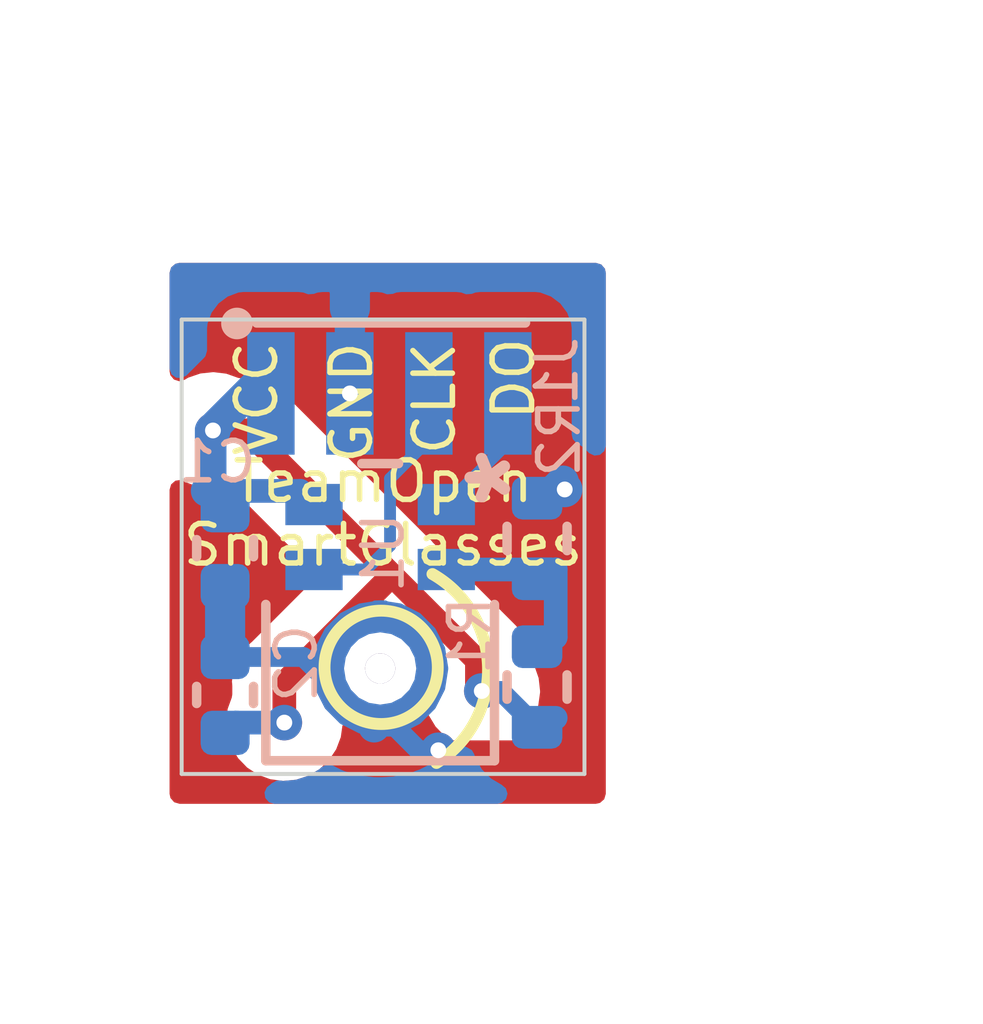
<source format=kicad_pcb>
(kicad_pcb (version 20211014) (generator pcbnew)
  (title_block (company "Parkview Research Labs"))
  (layers (0 "F.Cu" signal) (31 "B.Cu" signal) (34 "B.Paste" user) (35 "F.Paste" user) (36 "B.SilkS" user "B.Silkscreen") (37 "F.SilkS" user "F.Silkscreen") (38 "B.Mask" user) (39 "F.Mask" user) (44 "Edge.Cuts" user))
  (net 0 "")
  (net 1 "Net-(C1-Pad2)")
  (net 2 "GND")
  (net 3 "Net-(R1-Pad2)")
  (net 4 "Net-(J1-Pad4)")
  (net 5 "Net-(J1-Pad3)")
  (footprint "Pauls_KiCAD_Libraries:Microhone_Graphic_sml" (layer "F.Cu") (at 150.876 96.1009)
    (fp_text reference "G1" hide)
    (fp_text value "Microphone_Graphic")
    (fp_arc (start 0.649207 -1.180369) (mid 1.352524 0.00041) (end 0.7 1.21) (layer "F.SilkS") (width 0.15))
    (fp_circle (center 0 0) (end 0.71 -0.1) (layer "F.SilkS") (width 0.15) (fill none))
  )
  (footprint "OSSG_footprints_endpiece:Solder-4P-Connector" (layer "B.Cu") (at 150.95 92.65)
    (fp_text reference "J1" (at 2.15 -0.3 270) (layer "B.SilkS") (effects (font (size 0.5 0.5) (thickness 0.07)) (justify mirror)))
    (fp_text value "PDM Mic")
    (fp_line (start -1.65 -0.91) (end 1.75 -0.91) (layer "B.SilkS") (width 0.127))
    (fp_circle (center -1.9 -0.9) (end -1.8 -0.9) (layer "B.SilkS") (width 0.2) (fill none))
    (pad "1" smd rect (at -1.47 -0.015) (size 0.6 1.55) (layers "B.Cu" "B.Paste" "B.Mask") (net 1 "Net-(C1-Pad2)"))
    (pad "2" smd rect (at -0.47 -0.015) (size 0.6 1.55) (layers "B.Cu" "B.Paste" "B.Mask") (net 2 "GND"))
    (pad "3" smd rect (at 0.53 -0.015) (size 0.6 1.55) (layers "B.Cu" "B.Paste" "B.Mask") (net 5 "Net-(J1-Pad3)"))
    (pad "4" smd rect (at 1.53 -0.015) (size 0.6 1.55) (layers "B.Cu" "B.Paste" "B.Mask") (net 4 "Net-(J1-Pad4)"))
  )
  (footprint "OSSG_footprints_endpiece:MP23DB01HPTR" (layer "B.Cu") (at 150.8633 95.4024 90)
    (fp_text reference "U1" (at 0.7524 0.0367 270) (layer "B.SilkS") (effects (font (size 0.5 0.5) (thickness 0.07)) (justify mirror)))
    (fp_text value "MIC" hide)
    (fp_text user "*" (at 1.7024 1.6867 270) (layer "B.SilkS") (effects (justify mirror)))
    (fp_line (start 1.8796 -0.232645) (end 1.8796 0.232645) (layer "B.SilkS") (width 0.12))
    (fp_line (start 0.097167 1.4478) (end -1.8796 1.4478) (layer "B.SilkS") (width 0.12))
    (fp_line (start -1.8796 1.4478) (end -1.8796 -1.4478) (layer "B.SilkS") (width 0.12))
    (fp_line (start -1.8796 -1.4478) (end 0.097167 -1.4478) (layer "B.SilkS") (width 0.12))
    (pad "1" smd rect (at 1.3614 0.837747) (size 0.725 0.522) (layers "B.Cu" "B.Paste" "B.Mask") (net 4 "Net-(J1-Pad4)"))
    (pad "2" smd rect (at 0.5394 0.837747) (size 0.725 0.522) (layers "B.Cu" "B.Paste" "B.Mask") (net 3 "Net-(R1-Pad2)"))
    (pad "3" smd custom (at -1.373 0 90) (size 0.0508 0.0508) (layers "B.Cu" "B.Paste" "B.Mask") (net 2 "GND") (options (clearance outline) (anchor rect)) (primitives (gr_poly (pts (xy 1.470107 0.07084) (xy 1.4732 0) (xy 1.433419 -0.251169) (xy 1.317969 -0.477752) (xy 1.138152 -0.657569) (xy 0.911569 -0.773019) (xy 0.6604 -0.8128) (xy 0.409231 -0.773019) (xy 0.182648 -0.657569) (xy 0.002831 -0.477752) (xy -0.112619 -0.251169) (xy -0.1524 0) (xy -0.149307 0.07084) (xy 0.154333 0.044275) (xy 0.1524 0) (xy 0.177263 -0.156981) (xy 0.249419 -0.298595) (xy 0.361805 -0.410981) (xy 0.503419 -0.483137) (xy 0.6604 -0.508) (xy 0.817381 -0.483137) (xy 0.958995 -0.410981) (xy 1.071381 -0.298595) (xy 1.143537 -0.156981) (xy 1.1684 0) (xy 1.166467 0.044275)) (width 0.1) (fill yes)) (gr_poly (pts (xy 1.470107 -0.07084) (xy 1.4732 0) (xy 1.433419 0.251169) (xy 1.317969 0.477752) (xy 1.138152 0.657569) (xy 0.911569 0.773019) (xy 0.6604 0.8128) (xy 0.409231 0.773019) (xy 0.182648 0.657569) (xy 0.002831 0.477752) (xy -0.112619 0.251169) (xy -0.1524 0) (xy -0.149307 -0.07084) (xy 0.154333 -0.044275) (xy 0.1524 0) (xy 0.177263 0.156981) (xy 0.249419 0.298595) (xy 0.361805 0.410981) (xy 0.503419 0.483137) (xy 0.6604 0.508) (xy 0.817381 0.483137) (xy 0.958995 0.410981) (xy 1.071381 0.298595) (xy 1.143537 0.156981) (xy 1.1684 0) (xy 1.166467 -0.044275)) (width 0.1) (fill yes))))
    (pad "4" smd rect (at 0.5394 -0.837747) (size 0.725 0.522) (layers "B.Cu" "B.Paste" "B.Mask") (net 5 "Net-(J1-Pad3)"))
    (pad "5" smd rect (at 1.3614 -0.837747) (size 0.725 0.522) (layers "B.Cu" "B.Paste" "B.Mask") (net 1 "Net-(C1-Pad2)"))
    (pad "6" thru_hole circle (at -0.7126 0 90) (size 0.381 0.381) (drill 0.381) (layers *.Cu *.Mask))
  )
  (footprint "Capacitor_SMD:C_0402_1005Metric" (layer "B.Cu") (at 148.9 94.5932 90)
    (fp_text reference "C1" (at 1.0932 -0.1 180) (layer "B.SilkS") (effects (font (size 0.5 0.5) (thickness 0.07)) (justify mirror)))
    (fp_text value "100nF/C0G")
    (fp_line (start -0.107836 0.36) (end 0.107836 0.36) (layer "B.SilkS") (width 0.12))
    (fp_line (start -0.107836 -0.36) (end 0.107836 -0.36) (layer "B.SilkS") (width 0.12))
    (pad "1" smd roundrect locked (at -0.48 0 90) (size 0.56 0.62) (layers "B.Cu" "B.Paste" "B.Mask") (net 2 "GND"))
    (pad "2" smd roundrect locked (at 0.48 0 90) (size 0.56 0.62) (layers "B.Cu" "B.Paste" "B.Mask") (net 1 "Net-(C1-Pad2)"))
  )
  (footprint "Capacitor_SMD:C_0402_1005Metric" (layer "B.Cu") (at 148.9 96.45 -90)
    (fp_text reference "C2" (at -0.4 -0.9 -90) (layer "B.SilkS") (effects (font (size 0.5 0.5) (thickness 0.07)) (justify mirror)))
    (fp_text value "1uF/C0G")
    (fp_line (start -0.107836 0.36) (end 0.107836 0.36) (layer "B.SilkS") (width 0.12))
    (fp_line (start -0.107836 -0.36) (end 0.107836 -0.36) (layer "B.SilkS") (width 0.12))
    (pad "1" smd roundrect locked (at -0.48 0 270) (size 0.56 0.62) (layers "B.Cu" "B.Paste" "B.Mask") (net 2 "GND"))
    (pad "2" smd roundrect locked (at 0.48 0 270) (size 0.56 0.62) (layers "B.Cu" "B.Paste" "B.Mask") (net 1 "Net-(C1-Pad2)"))
  )
  (footprint "Resistor_SMD:R_0402_1005Metric" (layer "B.Cu") (at 152.85 96.35 90)
    (fp_text reference "R1" (at 0.65 -0.85 270) (layer "B.SilkS") (effects (font (size 0.5 0.5) (thickness 0.07)) (justify mirror)))
    (fp_text value "10K*")
    (fp_line (start -0.153641 0.38) (end 0.153641 0.38) (layer "B.SilkS") (width 0.12))
    (fp_line (start -0.153641 -0.38) (end 0.153641 -0.38) (layer "B.SilkS") (width 0.12))
    (pad "1" smd roundrect locked (at -0.51 0 90) (size 0.54 0.64) (layers "B.Cu" "B.Paste" "B.Mask") (net 1 "Net-(C1-Pad2)"))
    (pad "2" smd roundrect locked (at 0.51 0 90) (size 0.54 0.64) (layers "B.Cu" "B.Paste" "B.Mask") (net 3 "Net-(R1-Pad2)"))
  )
  (footprint "Resistor_SMD:R_0402_1005Metric" (layer "B.Cu") (at 152.850001 94.4704 90)
    (fp_text reference "R2" (at 1.2704 0.279399 270) (layer "B.SilkS") (effects (font (size 0.5 0.5) (thickness 0.07)) (justify mirror)))
    (fp_text value "10K*")
    (fp_line (start -0.153641 0.38) (end 0.153641 0.38) (layer "B.SilkS") (width 0.12))
    (fp_line (start -0.153641 -0.38) (end 0.153641 -0.38) (layer "B.SilkS") (width 0.12))
    (pad "1" smd roundrect locked (at -0.51 0 90) (size 0.54 0.64) (layers "B.Cu" "B.Paste" "B.Mask") (net 3 "Net-(R1-Pad2)"))
    (pad "2" smd roundrect locked (at 0.51 0 90) (size 0.54 0.64) (layers "B.Cu" "B.Paste" "B.Mask") (net 2 "GND"))
  )
  (gr_line (start 148.35 97.45) (end 148.35 91.7) (layer "Edge.Cuts") (width 0.05))
  (gr_line (start 153.45 97.45) (end 148.35 97.45) (layer "Edge.Cuts") (width 0.05))
  (gr_line (start 153.45 91.7) (end 153.45 97.45) (layer "Edge.Cuts") (width 0.05))
  (gr_line (start 148.35 91.7) (end 153.45 91.7) (layer "Edge.Cuts") (width 0.05))
  (gr_text "GND" (at 150.5 92.75 90) (layer "F.SilkS") (effects (font (size 0.5 0.5) (thickness 0.07))))
  (gr_text "CLK" (at 151.55 92.7 90) (layer "F.SilkS") (effects (font (size 0.5 0.5) (thickness 0.07))))
  (gr_text "DO" (at 152.5524 92.45 90) (layer "F.SilkS") (effects (font (size 0.5 0.5) (thickness 0.07))))
  (gr_text "VCC" (at 149.3 92.7 90) (layer "F.SilkS") (effects (font (size 0.5 0.5) (thickness 0.07))))
  (gr_text "TeamOpen\nSmartGlasses" (at 150.9 94.15) (layer "F.SilkS") (effects (font (size 0.5 0.5) (thickness 0.07))))
  (segment (start 151.013692 94.936308) (end 152.063692 95.986308) (width 0.3) (layer "F.Cu") (net 1))
  (segment (start 151.013692 94.936308) (end 149.65 96.3) (width 0.3) (layer "F.Cu") (net 1))
  (segment (start 149.285592 93.208208) (end 151.013692 94.936308) (width 0.3) (layer "F.Cu") (net 1))
  (segment (start 152.063692 95.986308) (end 152.063692 96.313692) (width 0.25) (layer "F.Cu") (net 1))
  (segment (start 148.7463 93.1037) (end 149.181084 93.1037) (width 0.3) (layer "F.Cu") (net 1))
  (segment (start 148.717 93.1037) (end 148.7463 93.1037) (width 0.3) (layer "F.Cu") (net 1))
  (segment (start 149.181084 93.1037) (end 149.285592 93.208208) (width 0.3) (layer "F.Cu") (net 1))
  (segment (start 149.65 96.3) (end 149.65 96.8) (width 0.3) (layer "F.Cu") (net 1))
  (segment (start 152.05 96) (end 152.063692 95.986308) (width 0.25) (layer "F.Cu") (net 1))
  (segment (start 152.063692 96.313692) (end 152.15 96.4) (width 0.25) (layer "F.Cu") (net 1))
  (via (at 149.65 96.8) (size 0.45) (drill 0.2) (layers "F.Cu" "B.Cu") (net 1))
  (via (at 148.7463 93.1037) (size 0.45) (drill 0.2) (layers "F.Cu" "B.Cu") (net 1))
  (via (at 152.15 96.4) (size 0.45) (drill 0.2) (layers "F.Cu" "B.Cu") (net 1))
  (segment (start 148.717 93.1037) (end 148.717 93.8175) (width 0.4) (layer "B.Cu") (net 1))
  (segment (start 149.65 96.8) (end 149.03 96.8) (width 0.3) (layer "B.Cu") (net 1))
  (segment (start 149.03 96.8) (end 148.9 96.93) (width 0.3) (layer "B.Cu") (net 1))
  (segment (start 149.4568 92.3639) (end 148.717 93.1037) (width 0.4) (layer "B.Cu") (net 1))
  (segment (start 148.717 93.8175) (end 148.6662 93.8683) (width 0.4) (layer "B.Cu") (net 1))
  (segment (start 152.15 96.4) (end 152.39 96.4) (width 0.25) (layer "B.Cu") (net 1))
  (segment (start 153.0858 96.7399) (end 152.698145 96.7399) (width 0.3) (layer "B.Cu") (net 1))
  (segment (start 149.4568 92.0854) (end 149.4568 92.3639) (width 0.4) (layer "B.Cu") (net 1))
  (segment (start 148.6662 93.8683) (end 149.852853 93.8683) (width 0.3) (layer "B.Cu") (net 1))
  (segment (start 149.852853 93.8683) (end 150.025553 94.041) (width 0.3) (layer "B.Cu") (net 1))
  (segment (start 152.39 96.4) (end 152.85 96.86) (width 0.25) (layer "B.Cu") (net 1))
  (segment (start 153.2001 93.1037) (end 150.5839 93.1037) (width 0.3) (layer "F.Cu") (net 2))
  (segment (start 153.2001 97.0001) (end 153.2001 93.8499) (width 0.3) (layer "F.Cu") (net 2))
  (segment (start 150.5839 93.1037) (end 150.5839 92.7389) (width 0.3) (layer "F.Cu") (net 2))
  (segment (start 150.5839 92.7389) (end 150.48 92.635) (width 0.3) (layer "F.Cu") (net 2))
  (segment (start 153.0502 97.15) (end 153.2001 97.0001) (width 0.25) (layer "F.Cu") (net 2))
  (segment (start 151.6 97.15) (end 153.0502 97.15) (width 0.25) (layer "F.Cu") (net 2))
  (segment (start 153.2001 93.8499) (end 153.2001 93.1037) (width 0.3) (layer "F.Cu") (net 2))
  (via (at 150.48 92.635) (size 0.45) (drill 0.2) (layers "F.Cu" "B.Cu") (net 2))
  (via (at 153.2001 93.8499) (size 0.45) (drill 0.2) (layers "F.Cu" "B.Cu") (net 2))
  (via (at 151.6 97.15) (size 0.45) (drill 0.2) (layers "F.Cu" "B.Cu") (net 2))
  (segment (start 148.9 95.0732) (end 148.9 95.97) (width 0.25) (layer "B.Cu") (net 2))
  (segment (start 153.178499 93.747602) (end 153.085801 93.8403) (width 0.4) (layer "B.Cu") (net 2))
  (segment (start 149.890954 95.97) (end 150.772554 96.8516) (width 0.25) (layer "B.Cu") (net 2))
  (segment (start 150.772554 96.8516) (end 150.7871 96.8516) (width 0.25) (layer "B.Cu") (net 2))
  (segment (start 151.35 97.15) (end 151.0516 96.8516) (width 0.25) (layer "B.Cu") (net 2))
  (segment (start 148.9 95.97) (end 149.890954 95.97) (width 0.25) (layer "B.Cu") (net 2))
  (segment (start 150.7871 96.8516) (end 150.8633 96.7754) (width 0.4) (layer "B.Cu") (net 2))
  (segment (start 153.142421 93.8403) (end 153.085801 93.8403) (width 0.4) (layer "B.Cu") (net 2))
  (segment (start 151.0516 96.8516) (end 150.7871 96.8516) (width 0.25) (layer "B.Cu") (net 2))
  (segment (start 151.6 97.15) (end 151.35 97.15) (width 0.25) (layer "B.Cu") (net 2))
  (segment (start 153.083101 94.863) (end 153.085801 94.8603) (width 0.3) (layer "B.Cu") (net 3))
  (segment (start 153.085801 95.719899) (end 153.0858 95.7199) (width 0.3) (layer "B.Cu") (net 3))
  (segment (start 151.701047 94.863) (end 153.083101 94.863) (width 0.3) (layer "B.Cu") (net 3))
  (segment (start 153.085801 94.8603) (end 153.085801 95.719899) (width 0.3) (layer "B.Cu") (net 3))
  (segment (start 152.4568 93.285247) (end 151.701047 94.041) (width 0.15) (layer "B.Cu") (net 4))
  (segment (start 152.4568 92.0854) (end 152.4568 93.285247) (width 0.15) (layer "B.Cu") (net 4))
  (segment (start 150.688053 94.863) (end 150.988546 94.562507) (width 0.15) (layer "B.Cu") (net 5))
  (segment (start 150.988546 93.711454) (end 151.48 93.22) (width 0.15) (layer "B.Cu") (net 5))
  (segment (start 151.48 93.22) (end 151.48 92.635) (width 0.15) (layer "B.Cu") (net 5))
  (segment (start 150.988546 94.562507) (end 150.988546 93.711454) (width 0.15) (layer "B.Cu") (net 5))
  (segment (start 150.025553 94.863) (end 150.688053 94.863) (width 0.15) (layer "B.Cu") (net 5))
  (segment (start 151.4568 93.031745) (end 151.4568 92.0854) (width 0.15) (layer "B.Cu") (net 5))
  (zone (net 2) (net_name "GND") (layer "F.Cu") (connect_pads (clearance 0.508)) (min_thickness 0.254) (fill yes (thermal_gap 0.508) (thermal_bridge_width 0.508))
    (polygon (pts (xy 154.559 98.8949) (xy 154.5971 98.8949) (xy 154.559 98.933) (xy 154.559 99.0092) (xy 154.4828 99.0092) (xy 154.559 98.933) (xy 154.559 98.8949) (xy 147.3708 98.8949) (xy 147.3708 90.3605) (xy 154.559 90.3605)))
  )
  (zone (net 2) (net_name "GND") (layer "B.Cu") (connect_pads (clearance 0.508)) (min_thickness 0.254) (fill yes (thermal_gap 0.508) (thermal_bridge_width 0.508))
    (polygon (pts (xy 155.575 100.6221) (xy 146.05 100.6221) (xy 146.05 89.9414) (xy 155.575 89.9414)))
  )
)
</source>
